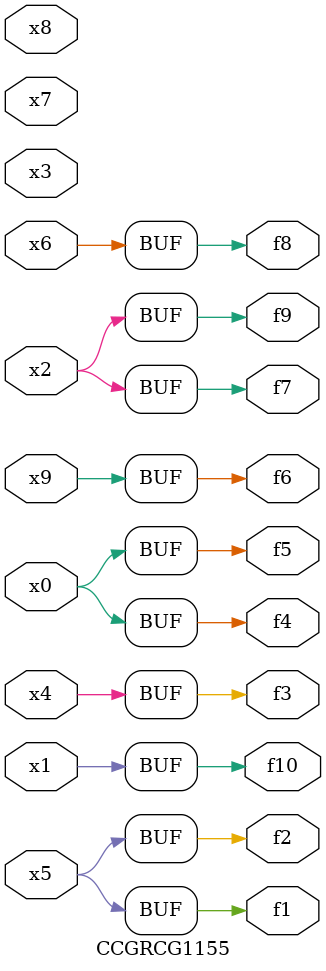
<source format=v>
module CCGRCG1155(
	input x0, x1, x2, x3, x4, x5, x6, x7, x8, x9,
	output f1, f2, f3, f4, f5, f6, f7, f8, f9, f10
);
	assign f1 = x5;
	assign f2 = x5;
	assign f3 = x4;
	assign f4 = x0;
	assign f5 = x0;
	assign f6 = x9;
	assign f7 = x2;
	assign f8 = x6;
	assign f9 = x2;
	assign f10 = x1;
endmodule

</source>
